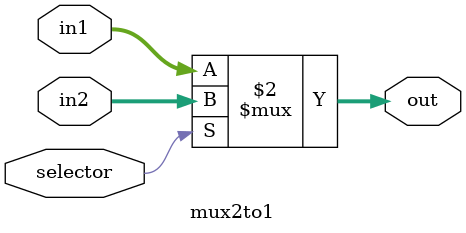
<source format=sv>
`timescale 1ns/1ns
module mux2to1(input [9:0] in1, in2, input selector, output [9:0] out);
	assign out = ~selector ? in1 : in2;
endmodule

</source>
